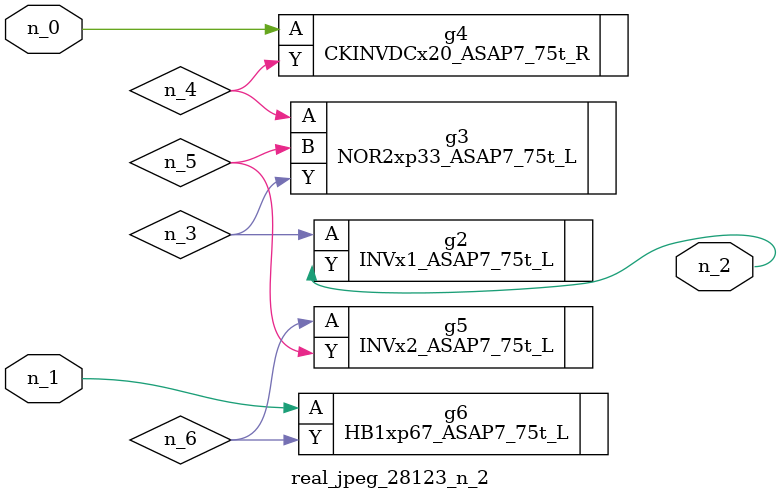
<source format=v>
module real_jpeg_28123_n_2 (n_1, n_0, n_2);

input n_1;
input n_0;

output n_2;

wire n_5;
wire n_4;
wire n_6;
wire n_3;

CKINVDCx20_ASAP7_75t_R g4 ( 
.A(n_0),
.Y(n_4)
);

HB1xp67_ASAP7_75t_L g6 ( 
.A(n_1),
.Y(n_6)
);

INVx1_ASAP7_75t_L g2 ( 
.A(n_3),
.Y(n_2)
);

NOR2xp33_ASAP7_75t_L g3 ( 
.A(n_4),
.B(n_5),
.Y(n_3)
);

INVx2_ASAP7_75t_L g5 ( 
.A(n_6),
.Y(n_5)
);


endmodule
</source>
